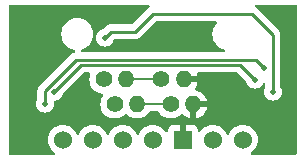
<source format=gbl>
%TF.GenerationSoftware,KiCad,Pcbnew,7.0.1-3b83917a11~172~ubuntu20.04.1*%
%TF.CreationDate,2023-03-16T21:36:43-04:00*%
%TF.ProjectId,I2C-ToF-Companion,4932432d-546f-4462-9d43-6f6d70616e69,rev?*%
%TF.SameCoordinates,Original*%
%TF.FileFunction,Copper,L2,Bot*%
%TF.FilePolarity,Positive*%
%FSLAX46Y46*%
G04 Gerber Fmt 4.6, Leading zero omitted, Abs format (unit mm)*
G04 Created by KiCad (PCBNEW 7.0.1-3b83917a11~172~ubuntu20.04.1) date 2023-03-16 21:36:43*
%MOMM*%
%LPD*%
G01*
G04 APERTURE LIST*
%TA.AperFunction,ComponentPad*%
%ADD10C,1.400000*%
%TD*%
%TA.AperFunction,ComponentPad*%
%ADD11O,1.400000X1.400000*%
%TD*%
%TA.AperFunction,ComponentPad*%
%ADD12C,1.524000*%
%TD*%
%TA.AperFunction,ComponentPad*%
%ADD13R,1.524000X1.524000*%
%TD*%
%TA.AperFunction,ViaPad*%
%ADD14C,0.500000*%
%TD*%
%TA.AperFunction,Conductor*%
%ADD15C,0.200000*%
%TD*%
%TA.AperFunction,Conductor*%
%ADD16C,0.250000*%
%TD*%
G04 APERTURE END LIST*
D10*
X145343800Y-77012800D03*
D11*
X147243800Y-77012800D03*
D12*
X156210000Y-80010000D03*
X153670000Y-80010000D03*
D13*
X151130000Y-80010000D03*
D12*
X148590000Y-80010000D03*
X146050000Y-80010000D03*
X143510000Y-80010000D03*
X140970000Y-80010000D03*
D10*
X144412800Y-74904600D03*
D11*
X146312800Y-74904600D03*
D10*
X149285200Y-74904600D03*
D11*
X151185200Y-74904600D03*
D10*
X150114600Y-77012800D03*
D11*
X152014600Y-77012800D03*
D14*
X144526000Y-71374000D03*
X158750000Y-75946000D03*
X157226000Y-76962000D03*
X144526000Y-69850000D03*
X157226000Y-74930000D03*
X140208000Y-75946000D03*
X157988000Y-73914000D03*
X139446000Y-76962000D03*
D15*
X146312800Y-74904600D02*
X149285200Y-74904600D01*
X147243800Y-77012800D02*
X150114600Y-77012800D01*
D16*
X147066000Y-70866000D02*
X148590000Y-69342000D01*
X158750000Y-75946000D02*
X158750000Y-71120000D01*
X145034000Y-70866000D02*
X147066000Y-70866000D01*
X158750000Y-71120000D02*
X156972000Y-69342000D01*
X145034000Y-70866000D02*
X144526000Y-71374000D01*
X156972000Y-69342000D02*
X148590000Y-69342000D01*
X157226000Y-74930000D02*
X155981400Y-73685400D01*
X142468600Y-73685400D02*
X140208000Y-75946000D01*
X155981400Y-73685400D02*
X142468600Y-73685400D01*
X139446000Y-75894827D02*
X142105427Y-73235400D01*
X139446000Y-76962000D02*
X139446000Y-75894827D01*
X142105427Y-73235400D02*
X157309400Y-73235400D01*
X157309400Y-73235400D02*
X157988000Y-73914000D01*
%TA.AperFunction,Conductor*%
G36*
X148252057Y-68595839D02*
G01*
X148297017Y-68638061D01*
X148316074Y-68696721D01*
X148304513Y-68757305D01*
X148265194Y-68804823D01*
X148260726Y-68808070D01*
X148250921Y-68815193D01*
X148241168Y-68821599D01*
X148203579Y-68843829D01*
X148189410Y-68857998D01*
X148174622Y-68870628D01*
X148158413Y-68882405D01*
X148130572Y-68916058D01*
X148122711Y-68924696D01*
X146843228Y-70204181D01*
X146803000Y-70231061D01*
X146755547Y-70240500D01*
X145116740Y-70240500D01*
X145096236Y-70238236D01*
X145026144Y-70240439D01*
X145022250Y-70240500D01*
X144994648Y-70240500D01*
X144990653Y-70241004D01*
X144979029Y-70241918D01*
X144935368Y-70243290D01*
X144916129Y-70248880D01*
X144897080Y-70252825D01*
X144877208Y-70255335D01*
X144836593Y-70271415D01*
X144825549Y-70275196D01*
X144783611Y-70287382D01*
X144766364Y-70297581D01*
X144748900Y-70306136D01*
X144730267Y-70313514D01*
X144694926Y-70339189D01*
X144685168Y-70345599D01*
X144647579Y-70367829D01*
X144633410Y-70381998D01*
X144618622Y-70394628D01*
X144602413Y-70406405D01*
X144574572Y-70440058D01*
X144566711Y-70448696D01*
X144408381Y-70607026D01*
X144361655Y-70636386D01*
X144198312Y-70693542D01*
X144055108Y-70783524D01*
X143935524Y-70903108D01*
X143845544Y-71046310D01*
X143789686Y-71205943D01*
X143770750Y-71373999D01*
X143789686Y-71542056D01*
X143789686Y-71542058D01*
X143789687Y-71542059D01*
X143845544Y-71701690D01*
X143935523Y-71844890D01*
X144055110Y-71964477D01*
X144198310Y-72054456D01*
X144357941Y-72110313D01*
X144526000Y-72129249D01*
X144694059Y-72110313D01*
X144853690Y-72054456D01*
X144996890Y-71964477D01*
X145116477Y-71844890D01*
X145206456Y-71701690D01*
X145250945Y-71574544D01*
X145277088Y-71531159D01*
X145318400Y-71501846D01*
X145367987Y-71491500D01*
X146983256Y-71491500D01*
X147003762Y-71493764D01*
X147006665Y-71493672D01*
X147006667Y-71493673D01*
X147073872Y-71491561D01*
X147077768Y-71491500D01*
X147105349Y-71491500D01*
X147105350Y-71491500D01*
X147109319Y-71490998D01*
X147120965Y-71490080D01*
X147164627Y-71488709D01*
X147183859Y-71483120D01*
X147202918Y-71479174D01*
X147209196Y-71478381D01*
X147222792Y-71476664D01*
X147263407Y-71460582D01*
X147274444Y-71456803D01*
X147316390Y-71444618D01*
X147333629Y-71434422D01*
X147351102Y-71425862D01*
X147369732Y-71418486D01*
X147405064Y-71392814D01*
X147414830Y-71386400D01*
X147435798Y-71374000D01*
X147452420Y-71364170D01*
X147466585Y-71350004D01*
X147481373Y-71337373D01*
X147497587Y-71325594D01*
X147525438Y-71291926D01*
X147533279Y-71283309D01*
X148812771Y-70003819D01*
X148853000Y-69976939D01*
X148900453Y-69967500D01*
X153883242Y-69967500D01*
X153939537Y-69981015D01*
X153983560Y-70018615D01*
X154005715Y-70072102D01*
X154001173Y-70129818D01*
X153970923Y-70179181D01*
X153952308Y-70197795D01*
X153952305Y-70197798D01*
X153952305Y-70197799D01*
X153823328Y-70381998D01*
X153816764Y-70391372D01*
X153716897Y-70605537D01*
X153655736Y-70833792D01*
X153635140Y-71069200D01*
X153655736Y-71304607D01*
X153708586Y-71501846D01*
X153716897Y-71532863D01*
X153816765Y-71747029D01*
X153952305Y-71940601D01*
X154119399Y-72107695D01*
X154312971Y-72243235D01*
X154527137Y-72343103D01*
X154599751Y-72362559D01*
X154613057Y-72366125D01*
X154664736Y-72394478D01*
X154697485Y-72443489D01*
X154703902Y-72502085D01*
X154682538Y-72557023D01*
X154638220Y-72595889D01*
X154580963Y-72609900D01*
X142599037Y-72609900D01*
X142541780Y-72595889D01*
X142497462Y-72557023D01*
X142476098Y-72502085D01*
X142482515Y-72443489D01*
X142515264Y-72394478D01*
X142566943Y-72366125D01*
X142575884Y-72363728D01*
X142652863Y-72343103D01*
X142867029Y-72243235D01*
X143060601Y-72107695D01*
X143227695Y-71940601D01*
X143363235Y-71747030D01*
X143463103Y-71532863D01*
X143524263Y-71304608D01*
X143544859Y-71069200D01*
X143524263Y-70833792D01*
X143463103Y-70605537D01*
X143363235Y-70391371D01*
X143227695Y-70197799D01*
X143060601Y-70030705D01*
X142867029Y-69895165D01*
X142652863Y-69795297D01*
X142652862Y-69795296D01*
X142424607Y-69734136D01*
X142248168Y-69718700D01*
X142248166Y-69718700D01*
X142130234Y-69718700D01*
X142130232Y-69718700D01*
X141953792Y-69734136D01*
X141725536Y-69795297D01*
X141511370Y-69895165D01*
X141317798Y-70030705D01*
X141150708Y-70197795D01*
X141150705Y-70197798D01*
X141150705Y-70197799D01*
X141021728Y-70381998D01*
X141015164Y-70391372D01*
X140915297Y-70605537D01*
X140854136Y-70833792D01*
X140833540Y-71069200D01*
X140854136Y-71304607D01*
X140906986Y-71501846D01*
X140915297Y-71532863D01*
X141015165Y-71747029D01*
X141150705Y-71940601D01*
X141317799Y-72107695D01*
X141511371Y-72243235D01*
X141725537Y-72343103D01*
X141904040Y-72390932D01*
X141920647Y-72395382D01*
X141974192Y-72425479D01*
X142006723Y-72477580D01*
X142010259Y-72538901D01*
X141983933Y-72594397D01*
X141934203Y-72630449D01*
X141908030Y-72640812D01*
X141896981Y-72644594D01*
X141855037Y-72656782D01*
X141855034Y-72656783D01*
X141837792Y-72666979D01*
X141820331Y-72675533D01*
X141801694Y-72682912D01*
X141766358Y-72708585D01*
X141756601Y-72714995D01*
X141719007Y-72737229D01*
X141704840Y-72751396D01*
X141690051Y-72764026D01*
X141673840Y-72775804D01*
X141645999Y-72809458D01*
X141638138Y-72818097D01*
X139062208Y-75394026D01*
X139046110Y-75406923D01*
X138998096Y-75458052D01*
X138995391Y-75460844D01*
X138975874Y-75480361D01*
X138973415Y-75483532D01*
X138965842Y-75492399D01*
X138935935Y-75524247D01*
X138926285Y-75541801D01*
X138915609Y-75558055D01*
X138903326Y-75573890D01*
X138885975Y-75613985D01*
X138880838Y-75624471D01*
X138859802Y-75662734D01*
X138854821Y-75682136D01*
X138848520Y-75700538D01*
X138840561Y-75718929D01*
X138833728Y-75762069D01*
X138831360Y-75773501D01*
X138820500Y-75815805D01*
X138820500Y-75835843D01*
X138818973Y-75855242D01*
X138815840Y-75875021D01*
X138819950Y-75918502D01*
X138820500Y-75930171D01*
X138820500Y-76511124D01*
X138801494Y-76577096D01*
X138765544Y-76634309D01*
X138709686Y-76793943D01*
X138690750Y-76962000D01*
X138709686Y-77130056D01*
X138709686Y-77130058D01*
X138709687Y-77130059D01*
X138765544Y-77289690D01*
X138855523Y-77432890D01*
X138975110Y-77552477D01*
X139118310Y-77642456D01*
X139277941Y-77698313D01*
X139446000Y-77717249D01*
X139614059Y-77698313D01*
X139773690Y-77642456D01*
X139916890Y-77552477D01*
X140036477Y-77432890D01*
X140126456Y-77289690D01*
X140182313Y-77130059D01*
X140201249Y-76962000D01*
X140186206Y-76828489D01*
X140195772Y-76765019D01*
X140235792Y-76714835D01*
X140295542Y-76691385D01*
X140376059Y-76682313D01*
X140535690Y-76626456D01*
X140678890Y-76536477D01*
X140798477Y-76416890D01*
X140888456Y-76273690D01*
X140944313Y-76114059D01*
X140944313Y-76114054D01*
X140945613Y-76110341D01*
X140974972Y-76063616D01*
X142691371Y-74347219D01*
X142731600Y-74320339D01*
X142779053Y-74310900D01*
X143169372Y-74310900D01*
X143224644Y-74323900D01*
X143268326Y-74360173D01*
X143291261Y-74412115D01*
X143288638Y-74468834D01*
X143227685Y-74683062D01*
X143207157Y-74904599D01*
X143227685Y-75126137D01*
X143288569Y-75340126D01*
X143387741Y-75539288D01*
X143521819Y-75716837D01*
X143686237Y-75866724D01*
X143875395Y-75983845D01*
X143875397Y-75983845D01*
X143875399Y-75983847D01*
X144082860Y-76064218D01*
X144300426Y-76104888D01*
X144356855Y-76131378D01*
X144393264Y-76181981D01*
X144400449Y-76243906D01*
X144376593Y-76301502D01*
X144318741Y-76378112D01*
X144219569Y-76577273D01*
X144158685Y-76791262D01*
X144138157Y-77012799D01*
X144158685Y-77234337D01*
X144219569Y-77448326D01*
X144318741Y-77647488D01*
X144452819Y-77825037D01*
X144617237Y-77974924D01*
X144806395Y-78092045D01*
X144806397Y-78092045D01*
X144806399Y-78092047D01*
X145013860Y-78172418D01*
X145232557Y-78213300D01*
X145455041Y-78213300D01*
X145455043Y-78213300D01*
X145673740Y-78172418D01*
X145881201Y-78092047D01*
X146070362Y-77974924D01*
X146210263Y-77847386D01*
X146263555Y-77818770D01*
X146324045Y-77818770D01*
X146377336Y-77847386D01*
X146495765Y-77955349D01*
X146517240Y-77974926D01*
X146706395Y-78092045D01*
X146706397Y-78092045D01*
X146706399Y-78092047D01*
X146913860Y-78172418D01*
X147132557Y-78213300D01*
X147355041Y-78213300D01*
X147355043Y-78213300D01*
X147573740Y-78172418D01*
X147781201Y-78092047D01*
X147970362Y-77974924D01*
X148134781Y-77825036D01*
X148257467Y-77662572D01*
X148301149Y-77626300D01*
X148356421Y-77613300D01*
X149001979Y-77613300D01*
X149057251Y-77626300D01*
X149100933Y-77662573D01*
X149223619Y-77825037D01*
X149388037Y-77974924D01*
X149577195Y-78092045D01*
X149577197Y-78092045D01*
X149577199Y-78092047D01*
X149784660Y-78172418D01*
X150003357Y-78213300D01*
X150225841Y-78213300D01*
X150225843Y-78213300D01*
X150444540Y-78172418D01*
X150652001Y-78092047D01*
X150841162Y-77974924D01*
X150981432Y-77847050D01*
X151034726Y-77818432D01*
X151095216Y-77818432D01*
X151148509Y-77847050D01*
X151288337Y-77974521D01*
X151477421Y-78091597D01*
X151684799Y-78171935D01*
X151764600Y-78186852D01*
X151764600Y-77262800D01*
X152264600Y-77262800D01*
X152264600Y-78186852D01*
X152344400Y-78171935D01*
X152551778Y-78091597D01*
X152740862Y-77974521D01*
X152905209Y-77824699D01*
X153039234Y-77647222D01*
X153138359Y-77448151D01*
X153191095Y-77262800D01*
X152264600Y-77262800D01*
X151764600Y-77262800D01*
X151764600Y-76886800D01*
X151781213Y-76824800D01*
X151826600Y-76779413D01*
X151888600Y-76762800D01*
X153191095Y-76762800D01*
X153138359Y-76577448D01*
X153039234Y-76378377D01*
X152905209Y-76200900D01*
X152740862Y-76051078D01*
X152551778Y-75934002D01*
X152344400Y-75853664D01*
X152215122Y-75829498D01*
X152158690Y-75803006D01*
X152122280Y-75752402D01*
X152115096Y-75690477D01*
X152138954Y-75632881D01*
X152209833Y-75539022D01*
X152308959Y-75339951D01*
X152361695Y-75154600D01*
X151059200Y-75154600D01*
X150997200Y-75137987D01*
X150951813Y-75092600D01*
X150935200Y-75030600D01*
X150935200Y-74778600D01*
X150951813Y-74716600D01*
X150997200Y-74671213D01*
X151059200Y-74654600D01*
X152361695Y-74654600D01*
X152308841Y-74468834D01*
X152306219Y-74412115D01*
X152329154Y-74360173D01*
X152372837Y-74323900D01*
X152428108Y-74310900D01*
X155670948Y-74310900D01*
X155718401Y-74320339D01*
X155758629Y-74347219D01*
X156459026Y-75047616D01*
X156488387Y-75094343D01*
X156489686Y-75098057D01*
X156489687Y-75098059D01*
X156545544Y-75257690D01*
X156635523Y-75400890D01*
X156755110Y-75520477D01*
X156898310Y-75610456D01*
X157057941Y-75666313D01*
X157226000Y-75685249D01*
X157394059Y-75666313D01*
X157553690Y-75610456D01*
X157696890Y-75520477D01*
X157816477Y-75400890D01*
X157895507Y-75275114D01*
X157941741Y-75231894D01*
X158003283Y-75217119D01*
X158064100Y-75234640D01*
X158108348Y-75279893D01*
X158124500Y-75341088D01*
X158124500Y-75495124D01*
X158105494Y-75561096D01*
X158069544Y-75618309D01*
X158013686Y-75777943D01*
X157994750Y-75946000D01*
X158013686Y-76114056D01*
X158013686Y-76114058D01*
X158013687Y-76114059D01*
X158069544Y-76273690D01*
X158159523Y-76416890D01*
X158279110Y-76536477D01*
X158422310Y-76626456D01*
X158581941Y-76682313D01*
X158750000Y-76701249D01*
X158918059Y-76682313D01*
X159077690Y-76626456D01*
X159220890Y-76536477D01*
X159340477Y-76416890D01*
X159430456Y-76273690D01*
X159486313Y-76114059D01*
X159505249Y-75946000D01*
X159486313Y-75777941D01*
X159430456Y-75618310D01*
X159394505Y-75561095D01*
X159375500Y-75495124D01*
X159375500Y-71202744D01*
X159377764Y-71182236D01*
X159375561Y-71112113D01*
X159375500Y-71108219D01*
X159375500Y-71080654D01*
X159375500Y-71080650D01*
X159374997Y-71076670D01*
X159374081Y-71065028D01*
X159373493Y-71046310D01*
X159372710Y-71021373D01*
X159367118Y-71002126D01*
X159363174Y-70983085D01*
X159360664Y-70963208D01*
X159344579Y-70922583D01*
X159340808Y-70911568D01*
X159328618Y-70869610D01*
X159318414Y-70852355D01*
X159309861Y-70834895D01*
X159302486Y-70816269D01*
X159302486Y-70816268D01*
X159276808Y-70780925D01*
X159270401Y-70771171D01*
X159248169Y-70733579D01*
X159234006Y-70719416D01*
X159221367Y-70704617D01*
X159209595Y-70688413D01*
X159175941Y-70660573D01*
X159167299Y-70652709D01*
X157472802Y-68958211D01*
X157459906Y-68942113D01*
X157408775Y-68894098D01*
X157405978Y-68891387D01*
X157386470Y-68871879D01*
X157383290Y-68869412D01*
X157374424Y-68861839D01*
X157342582Y-68831938D01*
X157325024Y-68822285D01*
X157308768Y-68811607D01*
X157296998Y-68802478D01*
X157259510Y-68754461D01*
X157249413Y-68694383D01*
X157269146Y-68636747D01*
X157313946Y-68595465D01*
X157373000Y-68580500D01*
X160667500Y-68580500D01*
X160729500Y-68597113D01*
X160774887Y-68642500D01*
X160791500Y-68704500D01*
X160791500Y-81155500D01*
X160774887Y-81217500D01*
X160729500Y-81262887D01*
X160667500Y-81279500D01*
X156991346Y-81279500D01*
X156931230Y-81263953D01*
X156886188Y-81221210D01*
X156867516Y-81161990D01*
X156879896Y-81101142D01*
X156920221Y-81053926D01*
X157024620Y-80980826D01*
X157180826Y-80824620D01*
X157307534Y-80643662D01*
X157400894Y-80443450D01*
X157458070Y-80230068D01*
X157477323Y-80010000D01*
X157458070Y-79789932D01*
X157400894Y-79576550D01*
X157307534Y-79376339D01*
X157180826Y-79195380D01*
X157024620Y-79039174D01*
X156843662Y-78912466D01*
X156797223Y-78890811D01*
X156643451Y-78819106D01*
X156430065Y-78761929D01*
X156209999Y-78742676D01*
X155989934Y-78761929D01*
X155776548Y-78819106D01*
X155576338Y-78912466D01*
X155395379Y-79039174D01*
X155239174Y-79195379D01*
X155112466Y-79376338D01*
X155052382Y-79505189D01*
X155006625Y-79557365D01*
X154940000Y-79576784D01*
X154873375Y-79557365D01*
X154827618Y-79505189D01*
X154810744Y-79469004D01*
X154767534Y-79376339D01*
X154640826Y-79195380D01*
X154484620Y-79039174D01*
X154303662Y-78912466D01*
X154257223Y-78890811D01*
X154103451Y-78819106D01*
X153890065Y-78761929D01*
X153669999Y-78742676D01*
X153449934Y-78761929D01*
X153236548Y-78819106D01*
X153036338Y-78912466D01*
X152855379Y-79039174D01*
X152699174Y-79195379D01*
X152617575Y-79311916D01*
X152570358Y-79352243D01*
X152509510Y-79364623D01*
X152450290Y-79345951D01*
X152407547Y-79300909D01*
X152392000Y-79240793D01*
X152392000Y-79200176D01*
X152385597Y-79140624D01*
X152335352Y-79005910D01*
X152249188Y-78890811D01*
X152134089Y-78804647D01*
X151999375Y-78754402D01*
X151939824Y-78748000D01*
X151380000Y-78748000D01*
X151380000Y-80136000D01*
X151363387Y-80198000D01*
X151318000Y-80243387D01*
X151256000Y-80260000D01*
X151004000Y-80260000D01*
X150942000Y-80243387D01*
X150896613Y-80198000D01*
X150880000Y-80136000D01*
X150880000Y-78748000D01*
X150320176Y-78748000D01*
X150260624Y-78754402D01*
X150125910Y-78804647D01*
X150010811Y-78890811D01*
X149924647Y-79005910D01*
X149874402Y-79140624D01*
X149868000Y-79200176D01*
X149868000Y-79240793D01*
X149852453Y-79300909D01*
X149809710Y-79345951D01*
X149750490Y-79364623D01*
X149689642Y-79352243D01*
X149642425Y-79311916D01*
X149560825Y-79195379D01*
X149404620Y-79039174D01*
X149223662Y-78912466D01*
X149023451Y-78819106D01*
X148810065Y-78761929D01*
X148589999Y-78742676D01*
X148369934Y-78761929D01*
X148156548Y-78819106D01*
X147956338Y-78912466D01*
X147775379Y-79039174D01*
X147619174Y-79195379D01*
X147492466Y-79376338D01*
X147432382Y-79505189D01*
X147386625Y-79557365D01*
X147320000Y-79576784D01*
X147253375Y-79557365D01*
X147207618Y-79505189D01*
X147190744Y-79469004D01*
X147147534Y-79376339D01*
X147020826Y-79195380D01*
X146864620Y-79039174D01*
X146683662Y-78912466D01*
X146637223Y-78890811D01*
X146483451Y-78819106D01*
X146270065Y-78761929D01*
X146049999Y-78742676D01*
X145829934Y-78761929D01*
X145616548Y-78819106D01*
X145416338Y-78912466D01*
X145235379Y-79039174D01*
X145079174Y-79195379D01*
X144952466Y-79376338D01*
X144892382Y-79505189D01*
X144846625Y-79557365D01*
X144780000Y-79576784D01*
X144713375Y-79557365D01*
X144667618Y-79505189D01*
X144650744Y-79469004D01*
X144607534Y-79376339D01*
X144480826Y-79195380D01*
X144324620Y-79039174D01*
X144143662Y-78912466D01*
X144097223Y-78890811D01*
X143943451Y-78819106D01*
X143730065Y-78761929D01*
X143509999Y-78742676D01*
X143289934Y-78761929D01*
X143076548Y-78819106D01*
X142876338Y-78912466D01*
X142695379Y-79039174D01*
X142539174Y-79195379D01*
X142412466Y-79376338D01*
X142352382Y-79505189D01*
X142306625Y-79557365D01*
X142240000Y-79576784D01*
X142173375Y-79557365D01*
X142127618Y-79505189D01*
X142110744Y-79469004D01*
X142067534Y-79376339D01*
X141940826Y-79195380D01*
X141784620Y-79039174D01*
X141603662Y-78912466D01*
X141557223Y-78890811D01*
X141403451Y-78819106D01*
X141190065Y-78761929D01*
X140969999Y-78742676D01*
X140749934Y-78761929D01*
X140536548Y-78819106D01*
X140336338Y-78912466D01*
X140155379Y-79039174D01*
X139999174Y-79195379D01*
X139872466Y-79376338D01*
X139779106Y-79576548D01*
X139721929Y-79789934D01*
X139702676Y-80010000D01*
X139721929Y-80230065D01*
X139721930Y-80230068D01*
X139779106Y-80443450D01*
X139872466Y-80643662D01*
X139999174Y-80824620D01*
X140155380Y-80980826D01*
X140259778Y-81053926D01*
X140300104Y-81101142D01*
X140312484Y-81161990D01*
X140293812Y-81221210D01*
X140248770Y-81263953D01*
X140188654Y-81279500D01*
X136512500Y-81279500D01*
X136450500Y-81262887D01*
X136405113Y-81217500D01*
X136388500Y-81155500D01*
X136388500Y-68704500D01*
X136405113Y-68642500D01*
X136450500Y-68597113D01*
X136512500Y-68580500D01*
X148192318Y-68580500D01*
X148252057Y-68595839D01*
G37*
%TD.AperFunction*%
M02*

</source>
